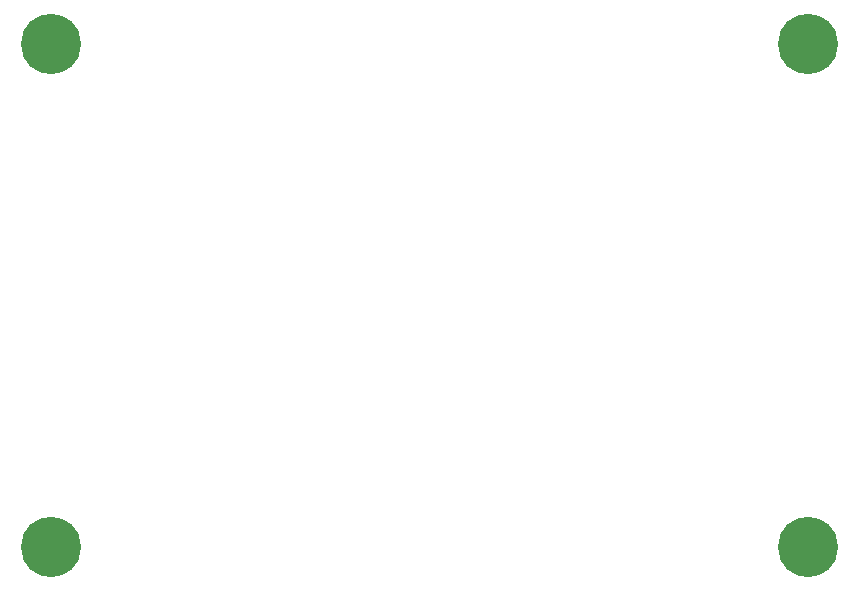
<source format=gts>
G04 #@! TF.GenerationSoftware,KiCad,Pcbnew,(5.1.8)-1*
G04 #@! TF.CreationDate,2022-01-25T01:20:23+01:00*
G04 #@! TF.ProjectId,C64 XUM1541-II FA2,43363420-5855-44d3-9135-34312d494920,rev?*
G04 #@! TF.SameCoordinates,Original*
G04 #@! TF.FileFunction,Soldermask,Top*
G04 #@! TF.FilePolarity,Negative*
%FSLAX46Y46*%
G04 Gerber Fmt 4.6, Leading zero omitted, Abs format (unit mm)*
G04 Created by KiCad (PCBNEW (5.1.8)-1) date 2022-01-25 01:20:23*
%MOMM*%
%LPD*%
G01*
G04 APERTURE LIST*
%ADD10C,5.100000*%
G04 APERTURE END LIST*
D10*
X102870000Y-100330000D03*
X167005000Y-100330000D03*
X167005000Y-57785000D03*
X102870000Y-57785000D03*
M02*

</source>
